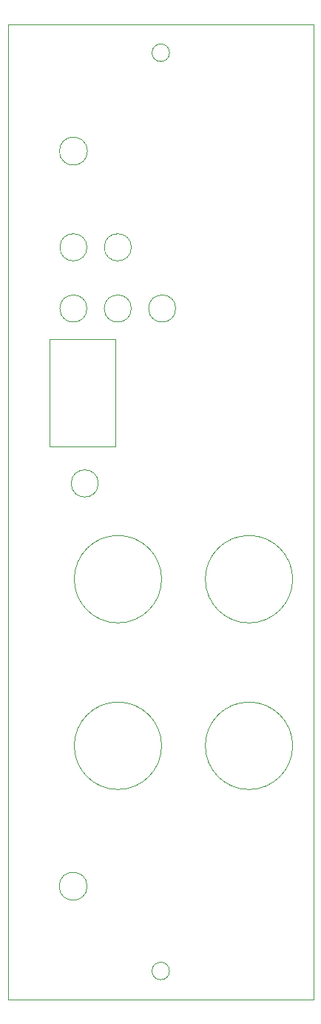
<source format=gbr>
%TF.GenerationSoftware,KiCad,Pcbnew,9.0.6-9.0.6~ubuntu24.04.1*%
%TF.CreationDate,2025-11-15T19:24:54+01:00*%
%TF.ProjectId,EEZ DIB DCP405plus front mask,45455a20-4449-4422-9044-435034303570,r4B2*%
%TF.SameCoordinates,Original*%
%TF.FileFunction,Profile,NP*%
%FSLAX46Y46*%
G04 Gerber Fmt 4.6, Leading zero omitted, Abs format (unit mm)*
G04 Created by KiCad (PCBNEW 9.0.6-9.0.6~ubuntu24.04.1) date 2025-11-15 19:24:54*
%MOMM*%
%LPD*%
G01*
G04 APERTURE LIST*
%TA.AperFunction,Profile*%
%ADD10C,0.050000*%
%TD*%
G04 APERTURE END LIST*
D10*
X150850000Y-91000000D02*
G75*
G02*
X147750000Y-91000000I-1550000J0D01*
G01*
X147750000Y-91000000D02*
G75*
G02*
X150850000Y-91000000I1550000J0D01*
G01*
X175500000Y-38500000D02*
X140500000Y-38500000D01*
X159000000Y-146750000D02*
G75*
G02*
X157000000Y-146750000I-1000000J0D01*
G01*
X157000000Y-146750000D02*
G75*
G02*
X159000000Y-146750000I1000000J0D01*
G01*
X175500000Y-150000000D02*
X140500000Y-150000000D01*
X149570000Y-137062499D02*
G75*
G02*
X146370000Y-137062499I-1600000J0D01*
G01*
X146370000Y-137062499D02*
G75*
G02*
X149570000Y-137062499I1600000J0D01*
G01*
X149550000Y-71000000D02*
G75*
G02*
X146450000Y-71000000I-1550000J0D01*
G01*
X146450000Y-71000000D02*
G75*
G02*
X149550000Y-71000000I1550000J0D01*
G01*
X145300000Y-74500000D02*
X152800000Y-74500000D01*
X152800000Y-86800000D01*
X145300000Y-86800000D01*
X145300000Y-74500000D01*
X154630000Y-64000000D02*
G75*
G02*
X151530000Y-64000000I-1550000J0D01*
G01*
X151530000Y-64000000D02*
G75*
G02*
X154630000Y-64000000I1550000J0D01*
G01*
X140500000Y-150000000D02*
X140500000Y-38500000D01*
X175500000Y-38500000D02*
X175500000Y-150000000D01*
X158100000Y-121000000D02*
G75*
G02*
X148100000Y-121000000I-5000000J0D01*
G01*
X148100000Y-121000000D02*
G75*
G02*
X158100000Y-121000000I5000000J0D01*
G01*
X173100000Y-121000000D02*
G75*
G02*
X163100000Y-121000000I-5000000J0D01*
G01*
X163100000Y-121000000D02*
G75*
G02*
X173100000Y-121000000I5000000J0D01*
G01*
X173100000Y-101950000D02*
G75*
G02*
X163100000Y-101950000I-5000000J0D01*
G01*
X163100000Y-101950000D02*
G75*
G02*
X173100000Y-101950000I5000000J0D01*
G01*
X159710000Y-71000000D02*
G75*
G02*
X156610000Y-71000000I-1550000J0D01*
G01*
X156610000Y-71000000D02*
G75*
G02*
X159710000Y-71000000I1550000J0D01*
G01*
X159000000Y-41750000D02*
G75*
G02*
X157000000Y-41750000I-1000000J0D01*
G01*
X157000000Y-41750000D02*
G75*
G02*
X159000000Y-41750000I1000000J0D01*
G01*
X154630000Y-71000000D02*
G75*
G02*
X151530000Y-71000000I-1550000J0D01*
G01*
X151530000Y-71000000D02*
G75*
G02*
X154630000Y-71000000I1550000J0D01*
G01*
X158100000Y-101950000D02*
G75*
G02*
X148100000Y-101950000I-5000000J0D01*
G01*
X148100000Y-101950000D02*
G75*
G02*
X158100000Y-101950000I5000000J0D01*
G01*
X149550000Y-64000000D02*
G75*
G02*
X146450000Y-64000000I-1550000J0D01*
G01*
X146450000Y-64000000D02*
G75*
G02*
X149550000Y-64000000I1550000J0D01*
G01*
X149600000Y-53000000D02*
G75*
G02*
X146400000Y-53000000I-1600000J0D01*
G01*
X146400000Y-53000000D02*
G75*
G02*
X149600000Y-53000000I1600000J0D01*
G01*
M02*

</source>
